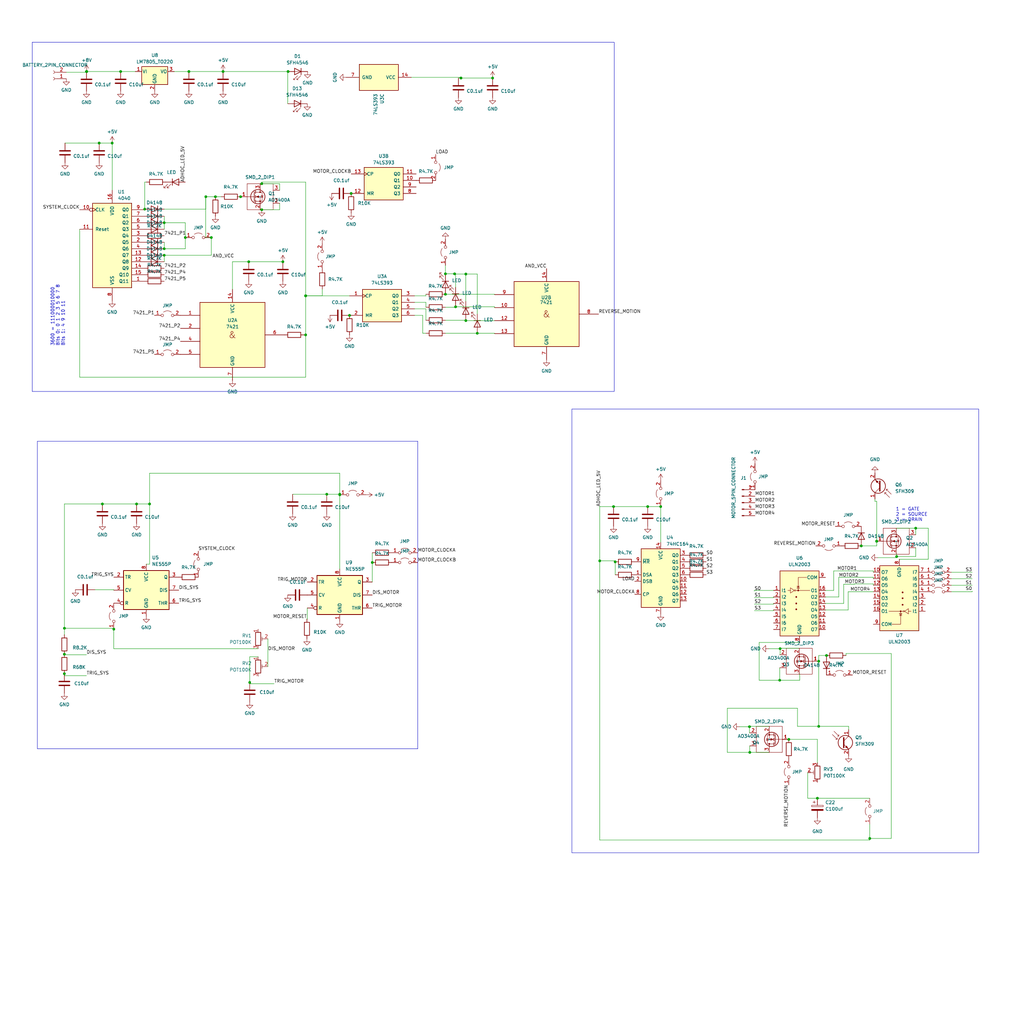
<source format=kicad_sch>
(kicad_sch (version 20230121) (generator eeschema)
  (paper "User" 399.999 399.999)
  (junction (at 173.99 114.935))
  (junction (at 292.872 293.8832))
  (junction (at 173.99 106.9606))
  (junction (at 97.155 102.235))
  (junction (at 322.834 256.032))
  (junction (at 97.5392 266.573))
  (junction (at 25.1762 245.3943))
  (junction (at 102.235 71.755))
  (junction (at 64.135 97.155))
  (junction (at 181.9536 107.0408))
  (junction (at 33.8702 27.94))
  (junction (at 38.735 55.88))
  (junction (at 64.135 99.7024))
  (junction (at 258.064 197.866))
  (junction (at 112.522 27.94))
  (junction (at 73.787 27.94))
  (junction (at 132.715 193.2752))
  (junction (at 87.122 27.94))
  (junction (at 58.42 196.85))
  (junction (at 82.55 92.7775))
  (junction (at 319.278 311.785))
  (junction (at 40.005 196.85))
  (junction (at 342.4332 211.3816))
  (junction (at 33.782 27.94))
  (junction (at 102.235 81.915))
  (junction (at 64.135 86.995))
  (junction (at 252.984 197.866))
  (junction (at 25.146 255.524))
  (junction (at 25.146 263.144))
  (junction (at 240.284 219.456))
  (junction (at 43.815 55.88))
  (junction (at 339.725 327.5001))
  (junction (at 132.715 193.04))
  (junction (at 308.112 288.8032))
  (junction (at 234.2521 219.075))
  (junction (at 53.34 196.85))
  (junction (at 336.423 213.233))
  (junction (at 127.635 193.04))
  (junction (at 47.117 27.94))
  (junction (at 93.98 76.835))
  (junction (at 192.405 30.48))
  (junction (at 304.5479 265.6949))
  (junction (at 84.147 76.835))
  (junction (at 180.0567 30.48))
  (junction (at 319.7879 258.2681))
  (junction (at 119.38 115.57))
  (junction (at 137.16 75.565))
  (junction (at 319.7879 283.718))
  (junction (at 56.515 81.6808))
  (junction (at 72.39 92.7775))
  (junction (at 239.649 197.866))
  (junction (at 181.9536 125.222))
  (junction (at 80.3995 76.835))
  (junction (at 350.2227 217.3794))
  (junction (at 357.6732 206.3016))
  (junction (at 186.4326 130.175))
  (junction (at 119.38 115.5214))
  (junction (at 177.5526 106.9606))
  (junction (at 119.38 130.81))
  (junction (at 110.49 102.235))
  (junction (at 292.7513 283.845))
  (junction (at 177.9458 119.8471))
  (junction (at 304.7102 253.365))
  (junction (at 44.45 245.745))
  (junction (at 342.4332 211.4175))
  (junction (at 145.415 219.71))
  (junction (at 136.525 123.19))
  (wire (pts (xy 80.3995 76.835) (xy 84.147 76.835)))
  (wire (pts (xy 33.8702 27.94) (xy 47.117 27.94)))
  (wire (pts (xy 125.857 115.5214) (xy 119.38 115.5214)))
  (wire (pts (xy 331.278 231.14) (xy 331.278 238.252)))
  (wire (pts (xy 348.0994 255.2634) (xy 330.454 255.2634)))
  (wire (pts (xy 339.725 327.5001) (xy 348.0994 327.5001)))
  (wire (pts (xy 73.787 27.94) (xy 87.122 27.94)))
  (wire (pts (xy 292.7513 283.845) (xy 292.7513 283.7232)))
  (wire (pts (xy 102.235 71.12) (xy 102.235 71.755)))
  (wire (pts (xy 193.167 130.175) (xy 193.167 130.302)))
  (wire (pts (xy 312.293 250.952) (xy 296.5151 250.952)))
  (wire (pts (xy 173.99 130.175) (xy 186.4326 130.175)))
  (wire (pts (xy 294.64 235.966) (xy 302.133 235.966)))
  (wire (pts (xy 292.7513 283.845) (xy 292.7513 286.2632)))
  (wire (pts (xy 234.2521 328.1106) (xy 339.725 328.1106)))
  (wire (pts (xy 296.5151 265.6949) (xy 304.5479 265.6949)))
  (wire (pts (xy 31.115 147.32) (xy 31.115 89.535)))
  (wire (pts (xy 350.2227 216.4616) (xy 350.0532 216.4616)))
  (wire (pts (xy 371.602 223.52) (xy 379.73 223.52)))
  (wire (pts (xy 292.872 291.3432) (xy 292.872 293.8832)))
  (wire (pts (xy 25.1762 196.85) (xy 40.005 196.85)))
  (wire (pts (xy 80.3995 81.6808) (xy 80.3995 76.835)))
  (wire (pts (xy 362.585 206.3016) (xy 362.585 218.44)))
  (wire (pts (xy 58.42 220.345) (xy 57.15 220.345)))
  (wire (pts (xy 180.0567 30.48) (xy 192.405 30.48)))
  (wire (pts (xy 234.2521 219.075) (xy 234.2521 328.1106)))
  (wire (pts (xy 327.6479 225.5085) (xy 341.122 225.5085)))
  (wire (pts (xy 315.468 301.752) (xy 315.468 311.785)))
  (wire (pts (xy 37.084 230.378) (xy 44.45 230.378)))
  (wire (pts (xy 166.37 115.57) (xy 166.37 114.935)))
  (wire (pts (xy 25.908 28.194) (xy 33.782 28.194)))
  (wire (pts (xy 43.815 55.88) (xy 43.815 74.295)))
  (wire (pts (xy 58.42 196.85) (xy 58.42 220.345)))
  (wire (pts (xy 350.2227 216.4616) (xy 350.2227 217.3794)))
  (wire (pts (xy 304.7102 255.7281) (xy 304.5479 255.7281)))
  (wire (pts (xy 101.6 81.915) (xy 102.235 81.915)))
  (wire (pts (xy 333.756 228.092) (xy 341.122 228.092)))
  (wire (pts (xy 44.45 245.745) (xy 44.45 253.365)))
  (wire (pts (xy 234.2521 197.866) (xy 234.2521 219.075)))
  (wire (pts (xy 72.39 92.7775) (xy 72.39 97.155)))
  (wire (pts (xy 181.9536 117.7114) (xy 181.9536 107.0408)))
  (wire (pts (xy 109.22 71.755) (xy 109.22 74.295)))
  (wire (pts (xy 64.135 86.995) (xy 72.39 86.995)))
  (wire (pts (xy 181.9536 107.0408) (xy 186.4326 107.0408)))
  (wire (pts (xy 127.635 193.04) (xy 132.715 193.04)))
  (wire (pts (xy 119.38 115.57) (xy 119.38 130.81)))
  (wire (pts (xy 132.715 184.867) (xy 132.715 193.04)))
  (wire (pts (xy 342.4332 211.4175) (xy 342.4332 211.3816)))
  (wire (pts (xy 161.925 123.19) (xy 165.1 123.19)))
  (wire (pts (xy 44.45 230.378) (xy 44.45 230.505)))
  (wire (pts (xy 329.5302 235.712) (xy 329.5302 228.1974)))
  (wire (pts (xy 166.37 120.65) (xy 166.37 125.095)))
  (wire (pts (xy 181.9536 125.095) (xy 181.9536 125.222)))
  (wire (pts (xy 119.38 71.12) (xy 119.38 115.5214)))
  (wire (pts (xy 160.655 30.226) (xy 180.0567 30.226)))
  (wire (pts (xy 33.782 255.778) (xy 25.146 255.778)))
  (wire (pts (xy 304.7102 253.1881) (xy 304.7102 253.365)))
  (wire (pts (xy 327.6479 233.172) (xy 327.6479 225.5085)))
  (wire (pts (xy 80.318 92.7775) (xy 82.55 92.7775)))
  (wire (pts (xy 109.22 79.375) (xy 109.22 81.915)))
  (wire (pts (xy 25.146 255.778) (xy 25.146 255.524)))
  (wire (pts (xy 339.725 328.1106) (xy 339.725 327.5001)))
  (wire (pts (xy 56.515 81.6808) (xy 56.515 81.915)))
  (wire (pts (xy 304.7102 253.365) (xy 304.7102 255.7281)))
  (wire (pts (xy 114.3 193.04) (xy 127.635 193.04)))
  (wire (pts (xy 239.649 197.866) (xy 252.984 197.866)))
  (wire (pts (xy 33.782 27.94) (xy 33.8702 27.94)))
  (wire (pts (xy 165.1 123.19) (xy 165.1 130.175)))
  (wire (pts (xy 173.99 106.9606) (xy 177.5526 106.9606)))
  (wire (pts (xy 165.1 130.175) (xy 166.37 130.175)))
  (wire (pts (xy 319.278 288.8032) (xy 319.278 297.942)))
  (wire (pts (xy 350.0532 206.3016) (xy 357.6732 206.3016)))
  (wire (pts (xy 136.525 115.57) (xy 119.38 115.57)))
  (wire (pts (xy 181.9536 125.222) (xy 181.9536 125.3314)))
  (wire (pts (xy 125.857 112.903) (xy 125.857 115.5214)))
  (wire (pts (xy 112.522 27.559) (xy 112.522 27.94)))
  (wire (pts (xy 193.167 114.935) (xy 193.167 115.062)))
  (wire (pts (xy 348.0994 327.5001) (xy 348.0994 255.2634)))
  (wire (pts (xy 101.6 71.755) (xy 102.235 71.755)))
  (wire (pts (xy 284.1048 293.8832) (xy 284.1048 276.6623)))
  (wire (pts (xy 325.6312 223.012) (xy 341.122 223.012)))
  (wire (pts (xy 294.64 233.426) (xy 302.133 233.426)))
  (wire (pts (xy 25.1762 247.904) (xy 25.146 247.904)))
  (wire (pts (xy 329.5302 228.1974) (xy 333.756 228.1974)))
  (wire (pts (xy 319.7879 256.032) (xy 322.834 256.032)))
  (wire (pts (xy 300.355 253.365) (xy 304.7102 253.365)))
  (wire (pts (xy 132.715 193.2752) (xy 132.715 222.25)))
  (wire (pts (xy 371.602 228.6) (xy 379.73 228.6)))
  (wire (pts (xy 357.6732 208.8775) (xy 357.6732 206.3016)))
  (wire (pts (xy 302.133 230.632) (xy 294.64 230.632)))
  (wire (pts (xy 173.99 106.9606) (xy 173.99 107.315)))
  (wire (pts (xy 322.453 233.172) (xy 327.6479 233.172)))
  (wire (pts (xy 341.122 223.012) (xy 341.122 223.52)))
  (wire (pts (xy 308.112 288.8032) (xy 319.278 288.8032)))
  (wire (pts (xy 292.7513 286.2632) (xy 292.872 286.2632)))
  (wire (pts (xy 181.9536 107.0408) (xy 177.5526 107.0408)))
  (wire (pts (xy 312.3781 263.3481) (xy 312.1679 263.3481)))
  (wire (pts (xy 104.648 249.555) (xy 104.648 260.35)))
  (wire (pts (xy 72.39 97.155) (xy 64.135 97.155)))
  (wire (pts (xy 331.278 231.14) (xy 341.122 231.14)))
  (wire (pts (xy 97.155 102.235) (xy 110.49 102.235)))
  (wire (pts (xy 186.4326 130.175) (xy 193.167 130.175)))
  (wire (pts (xy 319.7879 258.2681) (xy 319.7879 283.718)))
  (wire (pts (xy 120.015 237.49) (xy 120.015 241.808)))
  (wire (pts (xy 109.22 81.915) (xy 102.235 81.915)))
  (wire (pts (xy 234.2521 219.075) (xy 240.284 219.075)))
  (wire (pts (xy 186.4326 130.175) (xy 186.4326 130.3015)))
  (wire (pts (xy 304.5479 260.8081) (xy 304.5479 265.6949)))
  (wire (pts (xy 64.135 99.7024) (xy 64.135 102.235)))
  (wire (pts (xy 64.135 99.7024) (xy 82.55 99.7024)))
  (wire (pts (xy 25.1762 196.85) (xy 25.1762 245.3943)))
  (wire (pts (xy 33.782 263.906) (xy 25.146 263.906)))
  (wire (pts (xy 341.122 228.092) (xy 341.122 228.6)))
  (wire (pts (xy 25.4 55.88) (xy 38.735 55.88)))
  (wire (pts (xy 119.38 115.5214) (xy 119.38 115.57)))
  (wire (pts (xy 319.7879 256.032) (xy 319.7879 258.2681)))
  (wire (pts (xy 292.872 293.8832) (xy 300.492 293.8832)))
  (wire (pts (xy 119.38 130.81) (xy 119.38 147.32)))
  (wire (pts (xy 341.757 195.8373) (xy 341.757 194.945)))
  (wire (pts (xy 112.395 27.559) (xy 112.395 40.513)))
  (wire (pts (xy 97.155 102.235) (xy 90.805 102.235)))
  (wire (pts (xy 177.5526 107.0408) (xy 177.5526 106.9606)))
  (wire (pts (xy 58.42 184.867) (xy 58.42 196.85)))
  (wire (pts (xy 302.133 233.426) (xy 302.133 233.172)))
  (wire (pts (xy 56.515 71.12) (xy 56.515 81.6808)))
  (wire (pts (xy 90.805 102.235) (xy 90.805 113.03)))
  (wire (pts (xy 118.745 130.81) (xy 119.38 130.81)))
  (wire (pts (xy 302.133 238.506) (xy 302.133 238.252)))
  (wire (pts (xy 47.117 27.94) (xy 52.832 27.94)))
  (wire (pts (xy 161.925 115.57) (xy 166.37 115.57)))
  (wire (pts (xy 284.1048 276.6623) (xy 311.499 276.6623)))
  (wire (pts (xy 341.122 225.5085) (xy 341.122 226.06)))
  (wire (pts (xy 304.7102 253.1881) (xy 312.1679 253.1881)))
  (wire (pts (xy 330.454 255.2634) (xy 330.454 256.032)))
  (wire (pts (xy 44.45 253.365) (xy 100.838 253.365)))
  (wire (pts (xy 102.235 71.12) (xy 119.38 71.12)))
  (wire (pts (xy 64.135 94.615) (xy 64.135 97.155)))
  (wire (pts (xy 173.99 125.095) (xy 181.9536 125.095)))
  (wire (pts (xy 87.122 27.94) (xy 112.522 27.94)))
  (wire (pts (xy 252.984 197.866) (xy 258.064 197.866)))
  (wire (pts (xy 132.715 193.04) (xy 132.715 193.2752)))
  (wire (pts (xy 40.005 196.85) (xy 53.34 196.85)))
  (wire (pts (xy 177.9458 120.015) (xy 177.9458 119.8471)))
  (wire (pts (xy 258.064 197.866) (xy 258.064 211.836)))
  (wire (pts (xy 25.146 263.906) (xy 25.146 263.144)))
  (wire (pts (xy 240.284 219.075) (xy 240.284 219.456)))
  (wire (pts (xy 292.7513 283.7232) (xy 300.492 283.7232)))
  (wire (pts (xy 161.925 118.11) (xy 166.37 118.11)))
  (wire (pts (xy 331.47 283.718) (xy 331.47 284.988)))
  (wire (pts (xy 57.15 71.12) (xy 56.515 71.12)))
  (wire (pts (xy 322.453 230.632) (xy 325.6312 230.632)))
  (wire (pts (xy 180.0567 30.226) (xy 180.0567 30.48)))
  (wire (pts (xy 173.99 103.6417) (xy 173.99 106.9606)))
  (wire (pts (xy 173.99 114.935) (xy 193.167 114.935)))
  (wire (pts (xy 319.7879 283.718) (xy 331.47 283.718)))
  (wire (pts (xy 102.235 71.755) (xy 109.22 71.755)))
  (wire (pts (xy 64.135 81.6808) (xy 80.3995 81.6808)))
  (wire (pts (xy 240.284 219.456) (xy 240.284 224.536)))
  (wire (pts (xy 25.1762 245.3943) (xy 25.1762 247.904)))
  (wire (pts (xy 339.725 327.5001) (xy 339.725 321.945)))
  (wire (pts (xy 80.318 76.835) (xy 80.318 92.7775)))
  (wire (pts (xy 322.453 235.712) (xy 329.5302 235.712)))
  (wire (pts (xy 64.135 99.695) (xy 64.135 99.7024)))
  (wire (pts (xy 179.07 30.48) (xy 180.0567 30.48)))
  (wire (pts (xy 97.5392 267.081) (xy 97.5392 266.573)))
  (wire (pts (xy 357.6732 206.3016) (xy 362.585 206.3016)))
  (wire (pts (xy 177.9458 119.8471) (xy 193.167 119.8471)))
  (wire (pts (xy 173.99 120.015) (xy 177.9458 120.015)))
  (wire (pts (xy 302.133 235.966) (xy 302.133 235.712)))
  (wire (pts (xy 44.45 245.3943) (xy 44.45 245.745)))
  (wire (pts (xy 315.468 311.785) (xy 319.278 311.785)))
  (wire (pts (xy 311.499 283.718) (xy 319.7879 283.718)))
  (wire (pts (xy 322.453 238.252) (xy 331.278 238.252)))
  (wire (pts (xy 25.1762 245.3943) (xy 44.45 245.3943)))
  (wire (pts (xy 333.756 228.1974) (xy 333.756 228.092)))
  (wire (pts (xy 294.64 238.506) (xy 302.133 238.506)))
  (wire (pts (xy 311.499 276.6623) (xy 311.499 283.718)))
  (wire (pts (xy 186.4326 122.6815) (xy 186.4326 107.0408)))
  (wire (pts (xy 53.34 196.85) (xy 58.42 196.85)))
  (wire (pts (xy 304.5479 265.6949) (xy 312.3781 265.6949)))
  (wire (pts (xy 166.37 118.11) (xy 166.37 120.015)))
  (wire (pts (xy 82.55 99.7024) (xy 82.55 92.7775)))
  (wire (pts (xy 177.5526 106.9606) (xy 177.9458 106.9606)))
  (wire (pts (xy 319.278 311.785) (xy 339.725 311.785)))
  (wire (pts (xy 342.9 217.805) (xy 350.2227 217.805)))
  (wire (pts (xy 132.715 184.867) (xy 58.42 184.867)))
  (wire (pts (xy 112.395 27.559) (xy 112.522 27.559)))
  (wire (pts (xy 288.925 283.845) (xy 292.7513 283.845)))
  (wire (pts (xy 294.64 230.632) (xy 294.64 230.886)))
  (wire (pts (xy 68.072 27.94) (xy 73.787 27.94)))
  (wire (pts (xy 145.415 215.9) (xy 145.415 219.71)))
  (wire (pts (xy 33.782 28.194) (xy 33.782 27.94)))
  (wire (pts (xy 177.9458 106.9606) (xy 177.9458 112.2271)))
  (wire (pts (xy 64.135 84.455) (xy 64.135 86.995)))
  (wire (pts (xy 64.135 86.995) (xy 64.135 89.535)))
  (wire (pts (xy 379.73 231.14) (xy 379.73 230.886)))
  (wire (pts (xy 336.423 213.233) (xy 342.4332 213.233)))
  (wire (pts (xy 84.147 76.835) (xy 86.36 76.835)))
  (wire (pts (xy 234.2521 197.866) (xy 239.649 197.866)))
  (wire (pts (xy 350.2227 217.3794) (xy 350.2227 217.805)))
  (wire (pts (xy 161.925 120.65) (xy 166.37 120.65)))
  (wire (pts (xy 181.9536 125.222) (xy 193.167 125.222)))
  (wire (pts (xy 284.1048 293.8832) (xy 292.872 293.8832)))
  (wire (pts (xy 97.5392 256.54) (xy 97.5392 266.573)))
  (wire (pts (xy 107.061 267.081) (xy 97.5392 267.081)))
  (wire (pts (xy 38.735 55.88) (xy 43.815 55.88)))
  (wire (pts (xy 312.3781 265.6949) (xy 312.3781 263.3481)))
  (wire (pts (xy 72.39 86.995) (xy 72.39 92.7775)))
  (wire (pts (xy 325.6312 230.632) (xy 325.6312 223.012)))
  (wire (pts (xy 120.015 241.808) (xy 119.888 241.808)))
  (wire (pts (xy 193.167 119.8471) (xy 193.167 120.142)))
  (wire (pts (xy 145.415 219.71) (xy 145.415 227.33)))
  (wire (pts (xy 342.4332 211.3816) (xy 342.4332 195.8373)))
  (wire (pts (xy 342.4332 213.233) (xy 342.4332 211.4175)))
  (wire (pts (xy 371.602 226.06) (xy 379.73 226.06)))
  (wire (pts (xy 357.6732 217.3794) (xy 357.6732 213.9575)))
  (wire (pts (xy 362.585 218.44) (xy 351.282 218.44)))
  (wire (pts (xy 119.38 147.32) (xy 31.115 147.32)))
  (wire (pts (xy 80.318 76.835) (xy 80.3995 76.835)))
  (wire (pts (xy 350.2227 217.3794) (xy 357.6732 217.3794)))
  (wire (pts (xy 296.5151 250.952) (xy 296.5151 265.6949)))
  (wire (pts (xy 97.5392 256.54) (xy 100.838 256.54)))
  (wire (pts (xy 371.602 231.14) (xy 379.73 231.14)))
  (wire (pts (xy 342.4332 195.8373) (xy 341.757 195.8373)))
  (rectangle (start 14.605 172.339) (end 163.195 292.481))
  (rectangle (start 12.573 16.51) (end 239.903 152.908))
  (rectangle (start 223.393 159.766) (end 382.27 333.121))
  (text "1 = GATE\n2 = SOURCE\n3 = DRAIN" (at 349.885 203.835 0) (effects (font (size 1.27 1.27)) (justify left bottom)))
  (text "3600 = 111000010000\nBits 0: 0 1 2 3 5 6 7 8\nBits 1: 4 9 10 11" (at 25.4 135.255 90) (effects (font (size 1.27 1.27)) (justify left bottom)))
  (label "7421_P5" (at 60.325 138.43 180))
  (label "7421_P1" (at 64.135 92.075 0))
  (label "S0" (at 294.64 230.886 0))
  (label "S0" (at 379.73 230.886 180))
  (label "7421_P1" (at 60.325 123.19 180))
  (label "MOTOR2" (at 327.6479 225.6429 0))
  (label "ADHOC_LED_5V" (at 234.8282 197.866 90))
  (label "TRIG_SYS" (at 44.45 225.425 180))
  (label "S3" (at 275.844 224.536 0))
  (label "S1" (at 379.73 228.6 180))
  (label "MOTOR1" (at 326.9757 223.012 0))
  (label "MOTOR4" (at 294.894 201.422 0))
  (label "REVERSE_MOTION" (at 318.643 213.233 180))
  (label "MOTOR_CLOCKB" (at 137.16 67.945 180))
  (label "LOAD" (at 170.18 60.325 0))
  (label "AND_VCC" (at 91.44 100.965 180))
  (label "TRIG_SYS" (at 69.85 235.585 0))
  (label "ADHOC_LED_5V" (at 72.39 71.12 90))
  (label "MOTOR_CLOCKB" (at 163.195 219.71 0))
  (label "S0" (at 275.844 216.916 0))
  (label "MOTOR3" (at 294.894 198.882 0))
  (label "SYSTEM_CLOCK" (at 31.115 81.915 180))
  (label "MOTOR1" (at 294.894 193.802 0))
  (label "TRIG_SYS" (at 33.782 263.906 0))
  (label "S1" (at 294.64 233.426 0))
  (label "DIS_MOTOR" (at 145.415 232.41 0))
  (label "S1" (at 275.844 219.456 0))
  (label "7421_P4" (at 70.485 133.35 180))
  (label "TRIG_MOTOR" (at 107.061 267.081 0))
  (label "7421_P2" (at 64.135 104.775 0))
  (label "MOTOR4" (at 332.105 231.14 0))
  (label "DIS_SYS" (at 33.782 255.778 0))
  (label "7421_P4" (at 64.135 107.315 0))
  (label "7421_P5" (at 64.135 109.855 0))
  (label "AND_VCC" (at 213.487 104.902 180))
  (label "TRIG_MOTOR" (at 120.015 227.33 180))
  (label "LOAD" (at 247.904 227.076 180))
  (label "MOTOR_RESET" (at 326.263 205.613 180))
  (label "S2" (at 379.73 226.06 180))
  (label "MOTOR3" (at 329.9335 228.1974 0))
  (label "S3" (at 379.73 223.52 180))
  (label "MOTOR_RESET" (at 119.888 241.808 180))
  (label "7421_P2" (at 70.485 128.27 180))
  (label "REVERSE_MOTION" (at 233.807 122.682 0))
  (label "S2" (at 275.844 221.996 0))
  (label "DIS_MOTOR" (at 104.648 254.3593 0))
  (label "DIS_SYS" (at 69.85 230.505 0))
  (label "S2" (at 294.64 235.966 0))
  (label "MOTOR_CLOCKA" (at 163.195 215.9 0))
  (label "MOTOR_RESET" (at 332.994 263.652 0))
  (label "MOTOR_CLOCKA" (at 247.904 232.156 180))
  (label "REVERSE_MOTION" (at 308.112 306.5832 270))
  (label "SYSTEM_CLOCK" (at 77.47 215.265 0))
  (label "MOTOR2" (at 294.894 196.342 0))
  (label "TRIG_MOTOR" (at 145.415 237.49 0))
  (label "S3" (at 294.64 238.506 0))
  (symbol (lib_id "power:GND") (at 29.464 230.378 0) (unit 1)
    (property "Reference" "#PWR027" (effects hide))
    (property "Value" "GND" (at 29.464 234.8004 0))
  )
  (symbol (lib_id "power:+5V") (at 110.49 102.235 0) (unit 1)
    (property "Reference" "#PWR018" (effects hide))
    (property "Value" "+5V" (at 110.49 97.79 0))
  )
  (symbol (lib_id "Device:C") (at 40.005 200.66 0) (unit 1)
    (property "Reference" "C12" (effects hide))
    (property "Value" "C0.1uf" (at 43.18 201.93 0) (effects (justify left)))
    (property "Footprint" "Capacitor_THT:C_Disc_D5.0mm_W2.5mm_P2.50mm" (effects hide))
  )
  (symbol (lib_id "power:GND") (at 120.142 27.94 0) (unit 1)
    (property "Reference" "#PWR057" (effects hide))
    (property "Value" "GND" (at 120.142 32.3624 0))
  )
  (symbol (lib_id "Device:R") (at 272.034 221.996 270) (unit 1)
    (property "Reference" "R24" (effects hide))
    (property "Value" "R4.7K" (at 272.034 219.202 90))
    (property "Footprint" "Resistor_THT:R_Axial_DIN0207_L6.3mm_D2.5mm_P10.16mm_Horizontal" (effects hide))
  )
  (symbol (lib_id "Device:R") (at 60.325 104.775 270) (unit 1)
    (property "Reference" "R7" (effects hide))
    (property "Value" "R4.7K" (at 60.325 100.965 90))
    (property "Footprint" "Resistor_THT:R_Axial_DIN0207_L6.3mm_D2.5mm_P10.16mm_Horizontal" (effects hide))
  )
  (symbol (lib_id "4xxx:4040") (at 43.815 94.615 0) (unit 1)
    (property "Reference" "U1" (at 46.0091 74.93 0) (effects (justify left)))
    (property "Value" "4040" (at 46.0091 77.47 0) (effects (justify left)))
    (property "Footprint" "Package_DIP:DIP-16_W7.62mm" (effects hide))
    (property "Datasheet" "http://www.intersil.com/content/dam/Intersil/documents/cd40/cd4020bms-24bms-40bms.pdf" (effects hide))
  )
  (symbol (lib_id "power:GND") (at 179.07 38.1 0) (unit 1)
    (property "Reference" "#PWR052" (effects hide))
    (property "Value" "GND" (at 179.07 42.5224 0))
  )
  (symbol (lib_id "Jumper:Jumper_2_Open") (at 331.343 205.613 0) (unit 1)
    (property "Reference" "JP15" (effects hide))
    (property "Value" "JMP" (at 331.343 201.168 0))
    (property "Footprint" "Library:Jumper" (effects hide))
  )
  (symbol (lib_id "Device:LED") (at 186.4326 126.4915 270) (unit 1)
    (property "Reference" "D17" (effects hide))
    (property "Value" "LED" (at 188.9726 124.904 90) (effects (justify left)))
    (property "Footprint" "LED_THT:LED_D3.0mm" (effects hide))
  )
  (symbol (lib_id "Device:R") (at 149.225 215.9 90) (unit 1)
    (property "Reference" "R21" (effects hide))
    (property "Value" "R4.7K" (at 149.225 212.344 90))
    (property "Footprint" "Resistor_THT:R_Axial_DIN0207_L6.3mm_D2.5mm_P10.16mm_Horizontal" (effects hide))
  )
  (symbol (lib_id "Device:R") (at 170.18 125.095 90) (unit 1)
    (property "Reference" "R16" (effects hide))
    (property "Value" "R4.7K" (at 170.18 121.285 90))
    (property "Footprint" "Resistor_THT:R_Axial_DIN0207_L6.3mm_D2.5mm_P10.16mm_Horizontal" (effects hide))
  )
  (symbol (lib_id "74xx:74HC164") (at 258.064 224.536 0) (unit 1)
    (property "Reference" "U4" (at 260.2581 209.931 0) (effects (justify left)))
    (property "Value" "74HC164" (at 260.2581 212.471 0) (effects (justify left)))
    (property "Footprint" "Package_DIP:DIP-14_W7.62mm_Socket" (effects hide))
    (property "Datasheet" "https://assets.nexperia.com/documents/data-sheet/74HC_HCT164.pdf" (effects hide))
  )
  (symbol (lib_id "power:GND") (at 173.99 93.4817 180) (unit 1)
    (property "Reference" "#PWR059" (effects hide))
    (property "Value" "GND" (at 173.99 89.0593 0))
  )
  (symbol (lib_id "Device:R") (at 170.18 120.015 270) (unit 1)
    (property "Reference" "R15" (effects hide))
    (property "Value" "R4.7K" (at 170.18 116.6313 90))
    (property "Footprint" "Resistor_THT:R_Axial_DIN0207_L6.3mm_D2.5mm_P10.16mm_Horizontal" (effects hide))
  )
  (symbol (lib_id "Device:C") (at 97.5392 270.383 180) (unit 1)
    (property "Reference" "C16" (effects hide))
    (property "Value" "C10uf" (at 101.3492 270.383 0) (effects (justify right)))
    (property "Footprint" "Capacitor_THT:C_Radial_D6.3mm_H5.0mm_P2.50mm" (effects hide))
  )
  (symbol (lib_id "power:+5V") (at 142.875 193.2752 270) (unit 1)
    (property "Reference" "#PWR062" (effects hide))
    (property "Value" "+5V" (at 146.05 193.2752 90) (effects (justify left)))
  )
  (symbol (lib_id "Device:C") (at 239.649 201.676 0) (unit 1)
    (property "Reference" "C18" (effects hide))
    (property "Value" "C0.1uf" (at 242.824 202.946 0) (effects (justify left)))
    (property "Footprint" "Capacitor_THT:C_Disc_D5.0mm_W2.5mm_P2.50mm" (effects hide))
  )
  (symbol (lib_id "Jumper:Jumper_2_Open") (at 137.795 193.2752 0) (unit 1)
    (property "Reference" "JP21" (effects hide))
    (property "Value" "JMP" (at 137.795 188.8302 0))
    (property "Footprint" "Library:Jumper" (effects hide))
  )
  (symbol (lib_id "Device:C") (at 25.4 59.69 0) (unit 1)
    (property "Reference" "C7" (effects hide))
    (property "Value" "C0.1uf" (at 28.575 60.96 0) (effects (justify left)))
    (property "Footprint" "Capacitor_THT:C_Disc_D5.0mm_W2.5mm_P2.50mm" (effects hide))
  )
  (symbol (lib_id "power:GND") (at 213.487 140.462 0) (unit 1)
    (property "Reference" "#PWR021" (effects hide))
    (property "Value" "GND" (at 213.487 144.8844 0))
  )
  (symbol (lib_id "power:GND") (at 38.735 63.5 0) (unit 1)
    (property "Reference" "#PWR07" (effects hide))
    (property "Value" "GND" (at 38.735 67.9224 0))
  )
  (symbol (lib_id "power:GND") (at 132.715 242.57 0) (unit 1)
    (property "Reference" "#PWR030" (effects hide))
    (property "Value" "GND" (at 132.715 246.9924 0))
  )
  (symbol (lib_id "Jumper:Jumper_2_Open") (at 366.522 231.14 0) (unit 1)
    (property "Reference" "JP13" (effects hide))
    (property "Value" "JMP" (at 366.522 226.695 0))
    (property "Footprint" "Library:Jumper" (effects hide))
  )
  (symbol (lib_id "Device:C") (at 110.49 106.045 0) (unit 1)
    (property "Reference" "C10" (effects hide))
    (property "Value" "C10uf" (at 113.665 107.315 0) (effects (justify left)))
    (property "Footprint" "Capacitor_THT:C_Radial_D6.3mm_H5.0mm_P2.50mm" (effects hide))
  )
  (symbol (lib_id "Transistor_FET:AO3400A") (at 303.032 288.8032 180) (unit 1)
    (property "Reference" "Q4" (at 296.682 290.0732 0) (effects (justify left)))
    (property "Value" "AO3400A" (at 296.682 287.5332 0) (effects (justify left)))
    (property "Footprint" "Package_TO_SOT_SMD:SOT-23" (effects hide))
    (property "Datasheet" "http://www.aosmd.com/pdfs/datasheet/AO3400A.pdf" (effects hide))
  )
  (symbol (lib_id "power:GND") (at 341.757 184.785 180) (unit 1)
    (property "Reference" "#PWR050" (effects hide))
    (property "Value" "GND" (at 341.757 179.451 0))
  )
  (symbol (lib_id "Device:R") (at 60.325 109.855 270) (unit 1)
    (property "Reference" "R9" (effects hide))
    (property "Value" "R4.7K" (at 60.325 106.045 90))
    (property "Footprint" "Resistor_THT:R_Axial_DIN0207_L6.3mm_D2.5mm_P10.16mm_Horizontal" (effects hide))
  )
  (symbol (lib_id "Device:R") (at 272.034 219.456 270) (unit 1)
    (property "Reference" "R23" (effects hide))
    (property "Value" "R4.7K" (at 272.034 216.662 90))
    (property "Footprint" "Resistor_THT:R_Axial_DIN0207_L6.3mm_D2.5mm_P10.16mm_Horizontal" (effects hide))
  )
  (symbol (lib_id "power:GND") (at 90.805 148.59 0) (unit 1)
    (property "Reference" "#PWR012" (effects hide))
    (property "Value" "GND" (at 90.805 153.0124 0))
  )
  (symbol (lib_id "Device:LED") (at 177.9458 116.0371 270) (unit 1)
    (property "Reference" "D15" (effects hide))
    (property "Value" "LED" (at 180.4858 114.4496 90) (effects (justify left)))
    (property "Footprint" "LED_THT:LED_D3.0mm" (effects hide))
  )
  (symbol (lib_id "Device:C") (at 133.35 75.565 90) (unit 1)
    (property "Reference" "C20" (effects hide))
    (property "Value" "C0.1uf" (at 133.35 70.485 90))
    (property "Footprint" "Capacitor_THT:C_Disc_D5.0mm_W2.5mm_P2.50mm" (effects hide))
  )
  (symbol (lib_id "Device:R") (at 25.146 259.334 0) (unit 1)
    (property "Reference" "R19" (effects hide))
    (property "Value" "R68K" (at 28.321 260.604 0) (effects (justify left)))
    (property "Footprint" "Resistor_THT:R_Axial_DIN0207_L6.3mm_D2.5mm_P10.16mm_Horizontal" (effects hide))
  )
  (symbol (lib_id "power:GND") (at 60.452 35.56 0) (unit 1)
    (property "Reference" "#PWR01" (effects hide))
    (property "Value" "GND" (at 60.452 39.9824 0))
  )
  (symbol (lib_id "power:+5V") (at 129.54 75.565 180) (unit 1)
    (property "Reference" "#PWR039" (effects hide))
    (property "Value" "+5V" (at 129.54 80.01 0))
  )
  (symbol (lib_id "power:GND") (at 127.635 200.66 0) (unit 1)
    (property "Reference" "#PWR061" (effects hide))
    (property "Value" "GND" (at 127.635 205.0824 0))
  )
  (symbol (lib_id "power:GND") (at 258.064 239.776 0) (unit 1)
    (property "Reference" "#PWR037" (effects hide))
    (property "Value" "GND" (at 258.064 244.1984 0))
  )
  (symbol (lib_id "Device:LED") (at 181.9536 121.5214 270) (unit 1)
    (property "Reference" "D16" (effects hide))
    (property "Value" "LED" (at 184.4936 119.9339 90) (effects (justify left)))
    (property "Footprint" "LED_THT:LED_D3.0mm" (effects hide))
  )
  (symbol (lib_id "power:+8V") (at 33.8702 27.94 0) (unit 1)
    (property "Reference" "#PWR015" (effects hide))
    (property "Value" "+8V" (at 33.8702 23.5268 0))
  )
  (symbol (lib_id "Connector:Conn_01x05_Pin") (at 289.814 196.342 0) (unit 1)
    (property "Reference" "J1" (at 290.449 186.69 0))
    (property "Value" "MOTOR_5PIN_CONNECTOR" (at 286.512 190.5 90))
    (property "Footprint" "Connector_PinSocket_2.54mm:PinSocket_1x05_P2.54mm_Vertical" (effects hide))
  )
  (symbol (lib_id "Device:C") (at 116.205 232.41 90) (unit 1)
    (property "Reference" "C1" (effects hide))
    (property "Value" "C0.1uf" (at 116.205 227.33 90))
    (property "Footprint" "Capacitor_THT:C_Disc_D5.0mm_W2.5mm_P2.50mm" (effects hide))
  )
  (symbol (lib_id "Device:R") (at 166.37 70.485 90) (unit 1)
    (property "Reference" "R28" (effects hide))
    (property "Value" "R4.7K" (at 166.37 66.929 90))
    (property "Footprint" "Resistor_THT:R_Axial_DIN0207_L6.3mm_D2.5mm_P10.16mm_Horizontal" (effects hide))
  )
  (symbol (lib_id "Device:C") (at 25.146 266.954 180) (unit 1)
    (property "Reference" "C15" (effects hide))
    (property "Value" "C10uf" (at 28.956 266.954 0) (effects (justify right)))
    (property "Footprint" "Capacitor_THT:C_Radial_D6.3mm_H5.0mm_P2.50mm" (effects hide))
  )
  (symbol (lib_id "Connector:Conn_01x02_Socket") (at 20.828 30.734 180) (unit 1)
    (property "Reference" "J3" (effects hide))
    (property "Value" "BATTERY_2PIN_CONNECTOR" (at 21.463 25.4 0))
    (property "Footprint" "Connector_PinSocket_2.54mm:PinSocket_1x02_P2.54mm_Vertical" (effects hide))
  )
  (symbol (lib_id "power:+5V") (at 258.064 187.706 0) (unit 1)
    (property "Reference" "#PWR036" (effects hide))
    (property "Value" "+5V" (at 258.064 183.261 0))
  )
  (symbol (lib_id "Jumper:Jumper_2_Open") (at 125.857 100.203 90) (unit 1)
    (property "Reference" "JP6" (effects hide))
    (property "Value" "JMP" (at 127.127 100.203 90) (effects (justify right)))
    (property "Footprint" "Library:Jumper" (effects hide))
  )
  (symbol (lib_id "Device:R") (at 170.18 130.175 90) (unit 1)
    (property "Reference" "R17" (effects hide))
    (property "Value" "R4.7K" (at 170.18 126.365 90))
    (property "Footprint" "Resistor_THT:R_Axial_DIN0207_L6.3mm_D2.5mm_P10.16mm_Horizontal" (effects hide))
  )
  (symbol (lib_id "74xx_IEEE:7421") (at 213.487 122.682 0) (unit 2)
    (property "Reference" "U2" (at 213.36 116.205 0))
    (property "Value" "7421" (at 213.36 118.11 0))
    (property "Footprint" "Package_DIP:DIP-14_W7.62mm_Socket" (effects hide))
  )
  (symbol (lib_id "Device:R") (at 25.146 251.714 0) (unit 1)
    (property "Reference" "R18" (effects hide))
    (property "Value" "R8.2K" (at 28.321 252.984 0) (effects (justify left)))
    (property "Footprint" "Resistor_THT:R_Axial_DIN0207_L6.3mm_D2.5mm_P10.16mm_Horizontal" (effects hide))
  )
  (symbol (lib_id "power:+5V") (at 294.894 181.102 0) (unit 1)
    (property "Reference" "#PWR042" (effects hide))
    (property "Value" "+5V" (at 294.894 176.657 0))
  )
  (symbol (lib_id "Device:R") (at 114.935 130.81 90) (unit 1)
    (property "Reference" "R3" (effects hide))
    (property "Value" "R4.7K" (at 114.935 127.635 90))
    (property "Footprint" "Resistor_THT:R_Axial_DIN0207_L6.3mm_D2.5mm_P10.16mm_Horizontal" (effects hide))
  )
  (symbol (lib_id "power:GND") (at 102.235 81.915 0) (unit 1)
    (property "Reference" "#PWR011" (effects hide))
    (property "Value" "GND" (at 102.235 86.3374 0))
  )
  (symbol (lib_id "power:GND") (at 120.015 40.513 0) (unit 1)
    (property "Reference" "#PWR056" (effects hide))
    (property "Value" "GND" (at 120.015 44.9354 0))
  )
  (symbol (lib_id "New_Library:SMD_2_DIP") (at 312.1679 258.2681 180) (unit 1)
    (property "Reference" "SMD_2_DIP3" (at 312.1679 251.2831 0))
    (property "Value" "~" (at 312.1679 258.2681 0))
    (property "Footprint" "Library:SMD_2_DIP" (effects hide))
  )
  (symbol (lib_id "Transistor_Array:ULN2003") (at 312.293 235.712 0) (unit 1)
    (property "Reference" "U6" (at 312.293 217.932 0))
    (property "Value" "ULN2003" (at 312.293 220.472 0))
    (property "Footprint" "Package_DIP:DIP-16_W7.62mm_Socket" (effects hide))
    (property "Datasheet" "http://www.ti.com/lit/ds/symlink/uln2003a.pdf" (effects hide))
  )
  (symbol (lib_id "Device:R") (at 272.034 224.536 90) (unit 1)
    (property "Reference" "R25" (effects hide))
    (property "Value" "R4.7K" (at 272.034 220.726 90))
    (property "Footprint" "Resistor_THT:R_Axial_DIN0207_L6.3mm_D2.5mm_P10.16mm_Horizontal" (effects hide))
  )
  (symbol (lib_id "Device:C") (at 38.735 59.69 0) (unit 1)
    (property "Reference" "C8" (effects hide))
    (property "Value" "C10uf" (at 41.91 60.96 0) (effects (justify left)))
    (property "Footprint" "Capacitor_THT:C_Radial_D6.3mm_H5.0mm_P2.50mm" (effects hide))
  )
  (symbol (lib_id "LED:SFH4546") (at 114.935 40.513 180) (unit 1)
    (property "Reference" "D13" (at 116.078 34.544 0))
    (property "Value" "SFH4546" (at 116.078 37.084 0))
    (property "Footprint" "LED_THT:LED_D5.0mm_IRGrey" (effects hide))
    (property "Datasheet" "http://www.osram-os.com/Graphics/XPic1/00101982_0.pdf" (effects hide))
  )
  (symbol (lib_id "power:+5V") (at 192.405 30.48 0) (unit 1)
    (property "Reference" "#PWR053" (effects hide))
    (property "Value" "+5V" (at 192.405 26.035 0))
  )
  (symbol (lib_id "Sensor_Optical:SFH309") (at 344.297 189.865 180) (unit 1)
    (property "Reference" "Q6" (at 349.631 189.3443 0) (effects (justify right)))
    (property "Value" "SFH309" (at 349.631 191.8843 0) (effects (justify right)))
    (property "Footprint" "LED_THT:LED_D3.0mm_Clear" (effects hide))
    (property "Datasheet" "http://www.osram-os.com/Graphics/XPic2/00101811_0.pdf/SFH%20309,%20SFH%20309%20FA,%20Lead%20(Pb)%20Free%20Product%20-%20RoHS%20Compliant.pdf" (effects hide))
  )
  (symbol (lib_id "Jumper:Jumper_2_Open") (at 323.723 213.233 180) (unit 1)
    (property "Reference" "JP19" (effects hide))
    (property "Value" "JMP" (at 323.723 210.693 0))
    (property "Footprint" "Library:Jumper" (effects hide))
  )
  (symbol (lib_id "Device:C") (at 53.34 200.66 0) (unit 1)
    (property "Reference" "C13" (effects hide))
    (property "Value" "C10uf" (at 56.515 201.93 0) (effects (justify left)))
    (property "Footprint" "Capacitor_THT:C_Radial_D6.3mm_H5.0mm_P2.50mm" (effects hide))
  )
  (symbol (lib_id "Device:C") (at 97.155 106.045 0) (unit 1)
    (property "Reference" "C9" (effects hide))
    (property "Value" "C0.1uf" (at 100.33 107.315 0) (effects (justify left)))
    (property "Footprint" "Capacitor_THT:C_Disc_D5.0mm_W2.5mm_P2.50mm" (effects hide))
  )
  (symbol (lib_id "Device:R") (at 60.325 92.075 270) (unit 1)
    (property "Reference" "R10" (effects hide))
    (property "Value" "R4.7K" (at 60.325 88.265 90))
    (property "Footprint" "Resistor_THT:R_Axial_DIN0207_L6.3mm_D2.5mm_P10.16mm_Horizontal" (effects hide))
  )
  (symbol (lib_id "power:GND") (at 114.3 200.66 0) (unit 1)
    (property "Reference" "#PWR060" (effects hide))
    (property "Value" "GND" (at 114.3 205.0824 0))
  )
  (symbol (lib_id "Sensor_Optical:SFH309") (at 328.93 290.068 0) (unit 1)
    (property "Reference" "Q5" (at 334.01 288.0487 0) (effects (justify left)))
    (property "Value" "SFH309" (at 334.01 290.5887 0) (effects (justify left)))
    (property "Footprint" "LED_THT:LED_D3.0mm_Clear" (effects hide))
    (property "Datasheet" "http://www.osram-os.com/Graphics/XPic2/00101811_0.pdf/SFH%20309,%20SFH%20309%20FA,%20Lead%20(Pb)%20Free%20Product%20-%20RoHS%20Compliant.pdf" (effects hide))
  )
  (symbol (lib_id "power:GND") (at 87.122 35.56 0) (unit 1)
    (property "Reference" "#PWR05" (effects hide))
    (property "Value" "GND" (at 87.122 39.9824 0))
  )
  (symbol (lib_id "Device:R") (at 90.17 76.835 270) (unit 1)
    (property "Reference" "R12" (effects hide))
    (property "Value" "R4.7K" (at 90.17 73.025 90))
    (property "Footprint" "Resistor_THT:R_Axial_DIN0207_L6.3mm_D2.5mm_P10.16mm_Horizontal" (effects hide))
  )
  (symbol (lib_id "Device:R") (at 136.525 127 0) (unit 1)
    (property "Reference" "R13" (effects hide))
    (property "Value" "R10K" (at 139.065 127 0) (effects (justify left)))
    (property "Footprint" "Resistor_THT:R_Axial_DIN0207_L6.3mm_D2.5mm_P10.16mm_Horizontal" (effects hide))
  )
  (symbol (lib_id "Jumper:Jumper_2_Open") (at 65.405 123.19 0) (unit 1)
    (property "Reference" "JP5" (effects hide))
    (property "Value" "JMP" (at 65.405 119.38 0))
    (property "Footprint" "Library:Jumper" (effects hide))
  )
  (symbol (lib_id "Jumper:Jumper_2_Open") (at 366.522 228.6 0) (unit 1)
    (property "Reference" "JP12" (effects hide))
    (property "Value" "JMP" (at 366.522 224.155 0))
    (property "Footprint" "Library:Jumper" (effects hide))
  )
  (symbol (lib_id "Jumper:Jumper_2_Open") (at 339.725 316.865 90) (unit 1)
    (property "Reference" "JP8" (effects hide))
    (property "Value" "JMP" (at 340.995 316.865 90) (effects (justify right)))
    (property "Footprint" "Library:Jumper" (effects hide))
  )
  (symbol (lib_id "Jumper:Jumper_2_Open") (at 258.064 192.786 90) (unit 1)
    (property "Reference" "JP23" (effects hide))
    (property "Value" "JMP" (at 259.334 192.786 90) (effects (justify right)))
    (property "Footprint" "Library:Jumper" (effects hide))
  )
  (symbol (lib_id "power:GND") (at 110.49 109.855 0) (unit 1)
    (property "Reference" "#PWR014" (effects hide))
    (property "Value" "GND" (at 110.49 114.2774 0))
  )
  (symbol (lib_id "Device:C") (at 87.122 31.75 0) (unit 1)
    (property "Reference" "C6" (effects hide))
    (property "Value" "C10uf" (at 90.297 33.02 0) (effects (justify left)))
    (property "Footprint" "Capacitor_THT:C_Radial_D6.3mm_H5.0mm_P2.50mm" (effects hide))
  )
  (symbol (lib_id "Device:R") (at 170.18 114.935 90) (unit 1)
    (property "Reference" "R14" (effects hide))
    (property "Value" "R4.7K" (at 170.18 111.76 90))
    (property "Footprint" "Resistor_THT:R_Axial_DIN0207_L6.3mm_D2.5mm_P10.16mm_Horizontal" (effects hide))
  )
  (symbol (lib_id "74xx:74LS393") (at 149.225 118.11 0) (unit 1)
    (property "Reference" "U3" (at 149.225 107.95 0))
    (property "Value" "74LS393" (at 149.225 110.49 0))
    (property "Footprint" "Package_DIP:DIP-14_W7.62mm_Socket" (effects hide))
    (property "Datasheet" "74xx\\74LS393.pdf" (effects hide))
  )
  (symbol (lib_id "Device:R") (at 60.96 71.12 90) (unit 1)
    (property "Reference" "R5" (effects hide))
    (property "Value" "R4.7K" (at 60.96 67.945 90))
    (property "Footprint" "Resistor_THT:R_Axial_DIN0207_L6.3mm_D2.5mm_P10.16mm_Horizontal" (effects hide))
  )
  (symbol (lib_id "Jumper:Jumper_2_Open") (at 44.45 240.665 90) (unit 1)
    (property "Reference" "JP4" (effects hide))
    (property "Value" "JMP" (at 46.355 240.665 90) (effects (justify right)))
    (property "Footprint" "Library:Jumper" (effects hide))
  )
  (symbol (lib_id "Jumper:Jumper_2_Open") (at 173.99 98.5617 90) (unit 1)
    (property "Reference" "JP7" (effects hide))
    (property "Value" "JMP" (at 175.26 98.5617 90) (effects (justify right)))
    (property "Footprint" "Library:Jumper" (effects hide))
  )
  (symbol (lib_id "Jumper:Jumper_2_Open") (at 294.894 186.182 90) (unit 1)
    (property "Reference" "JP20" (effects hide))
    (property "Value" "JMP" (at 296.164 186.182 90) (effects (justify right)))
    (property "Footprint" "Library:Jumper" (effects hide))
  )
  (symbol (lib_id "power:GND") (at 239.649 205.486 0) (unit 1)
    (property "Reference" "#PWR034" (effects hide))
    (property "Value" "GND" (at 239.649 209.9084 0))
  )
  (symbol (lib_id "power:+5V") (at 125.857 95.123 0) (unit 1)
    (property "Reference" "#PWR058" (effects hide))
    (property "Value" "+5V" (at 125.857 90.678 0))
  )
  (symbol (lib_id "Device:R") (at 308.112 292.6132 0) (unit 1)
    (property "Reference" "R32" (effects hide))
    (property "Value" "R4.7K" (at 309.9255 292.6132 0) (effects (justify left)))
    (property "Footprint" "Resistor_THT:R_Axial_DIN0207_L6.3mm_D2.5mm_P10.16mm_Horizontal" (effects hide))
  )
  (symbol (lib_id "Device:R") (at 119.888 245.618 0) (unit 1)
    (property "Reference" "R30" (effects hide))
    (property "Value" "R10K" (at 122.428 246.888 0) (effects (justify left)))
    (property "Footprint" "Resistor_THT:R_Axial_DIN0207_L6.3mm_D2.5mm_P10.16mm_Horizontal" (effects hide))
  )
  (symbol (lib_id "Timer:NE555P") (at 132.715 232.41 0) (unit 1)
    (property "Reference" "U9" (at 134.9091 219.71 0) (effects (justify left)))
    (property "Value" "NE555P" (at 134.9091 222.25 0) (effects (justify left)))
    (property "Footprint" "Package_DIP:DIP-8_W7.62mm" (effects hide))
    (property "Datasheet" "http://www.ti.com/lit/ds/symlink/ne555.pdf" (effects hide))
  )
  (symbol (lib_id "power:GND") (at 33.782 35.56 0) (unit 1)
    (property "Reference" "#PWR03" (effects hide))
    (property "Value" "GND" (at 33.782 39.9824 0))
  )
  (symbol (lib_id "power:GND") (at 136.525 130.81 0) (unit 1)
    (property "Reference" "#PWR020" (effects hide))
    (property "Value" "GND" (at 136.525 135.2324 0))
  )
  (symbol (lib_id "Device:R") (at 125.857 109.093 180) (unit 1)
    (property "Reference" "R1" (effects hide))
    (property "Value" "R4.7K" (at 128.143 109.093 0) (effects (justify right)))
    (property "Footprint" "Resistor_THT:R_Axial_DIN0207_L6.3mm_D2.5mm_P10.16mm_Horizontal" (effects hide))
  )
  (symbol (lib_id "74xx:74LS393") (at 149.86 70.485 0) (unit 2)
    (property "Reference" "U3" (at 149.86 60.96 0))
    (property "Value" "74LS393" (at 149.86 63.5 0))
    (property "Footprint" "Package_DIP:DIP-14_W7.62mm_Socket" (effects hide))
    (property "Datasheet" "74xx\\74LS393.pdf" (effects hide))
  )
  (symbol (lib_id "LED:SFH4546") (at 115.062 27.94 180) (unit 1)
    (property "Reference" "D1" (at 116.205 21.971 0))
    (property "Value" "SFH4546" (at 116.205 24.511 0))
    (property "Footprint" "LED_THT:LED_D5.0mm_IRGrey" (effects hide))
    (property "Datasheet" "http://www.osram-os.com/Graphics/XPic1/00101982_0.pdf" (effects hide))
  )
  (symbol (lib_id "Device:R") (at 326.644 256.032 270) (unit 1)
    (property "Reference" "R31" (effects hide))
    (property "Value" "R4.7K" (at 326.644 259.842 90))
    (property "Footprint" "Resistor_THT:R_Axial_DIN0207_L6.3mm_D2.5mm_P10.16mm_Horizontal" (effects hide))
  )
  (symbol (lib_id "power:GND") (at 119.888 249.428 0) (unit 1)
    (property "Reference" "#PWR044" (effects hide))
    (property "Value" "GND" (at 119.888 253.8504 0))
  )
  (symbol (lib_id "Device:D") (at 60.325 99.695 180) (unit 1)
    (property "Reference" "D9" (effects hide))
    (property "Value" "D4148" (at 60.325 97.155 0))
    (property "Footprint" "Diode_THT:D_DO-35_SOD27_P12.70mm_Horizontal" (effects hide))
    (property "Sim.Device" "D" (effects hide))
    (property "Sim.Pins" "1=K 2=A" (effects hide))
  )
  (symbol (lib_id "Timer:NE555P") (at 57.15 230.505 0) (unit 1)
    (property "Reference" "U5" (at 59.3441 217.805 0) (effects (justify left)))
    (property "Value" "NE555P" (at 59.3441 220.345 0) (effects (justify left)))
    (property "Footprint" "Package_DIP:DIP-8_W7.62mm" (effects hide))
    (property "Datasheet" "http://www.ti.com/lit/ds/symlink/ne555.pdf" (effects hide))
  )
  (symbol (lib_id "Device:C") (at 132.715 123.19 90) (unit 1)
    (property "Reference" "C11" (effects hide))
    (property "Value" "C0.1uf" (at 132.715 118.11 90))
    (property "Footprint" "Capacitor_THT:C_Disc_D5.0mm_W2.5mm_P2.50mm" (effects hide))
  )
  (symbol (lib_id "Device:C") (at 179.07 34.29 0) (unit 1)
    (property "Reference" "C21" (effects hide))
    (property "Value" "C0.1uf" (at 182.245 35.56 0) (effects (justify left)))
    (property "Footprint" "Capacitor_THT:C_Disc_D5.0mm_W2.5mm_P2.50mm" (effects hide))
  )
  (symbol (lib_id "Device:D") (at 60.325 81.6808 180) (unit 1)
    (property "Reference" "D3" (effects hide))
    (property "Value" "D4148" (at 60.325 79.1408 0))
    (property "Footprint" "Diode_THT:D_DO-35_SOD27_P12.70mm_Horizontal" (effects hide))
    (property "Sim.Device" "D" (effects hide))
    (property "Sim.Pins" "1=K 2=A" (effects hide))
  )
  (symbol (lib_id "power:GND") (at 331.47 295.148 0) (unit 1)
    (property "Reference" "#PWR046" (effects hide))
    (property "Value" "GND" (at 331.47 300.482 0))
  )
  (symbol (lib_id "Device:R") (at 272.034 216.916 90) (unit 1)
    (property "Reference" "R22" (effects hide))
    (property "Value" "R4.7K" (at 272.034 213.36 90))
    (property "Footprint" "Resistor_THT:R_Axial_DIN0207_L6.3mm_D2.5mm_P10.16mm_Horizontal" (effects hide))
  )
  (symbol (lib_id "Device:C") (at 127.635 196.85 0) (unit 1)
    (property "Reference" "C17" (effects hide))
    (property "Value" "C10uf" (at 130.81 198.12 0) (effects (justify left)))
    (property "Footprint" "Capacitor_THT:C_Radial_D6.3mm_H5.0mm_P2.50mm" (effects hide))
  )
  (symbol (lib_id "Jumper:Jumper_2_Open") (at 77.47 92.7775 0) (unit 1)
    (property "Reference" "JP1" (effects hide))
    (property "Value" "JMP" (at 77.47 88.9675 0))
    (property "Footprint" "Library:Jumper" (effects hide))
  )
  (symbol (lib_id "Device:D") (at 60.325 89.535 180) (unit 1)
    (property "Reference" "D6" (effects hide))
    (property "Value" "D4148" (at 60.325 86.995 0))
    (property "Footprint" "Diode_THT:D_DO-35_SOD27_P12.70mm_Horizontal" (effects hide))
    (property "Sim.Device" "D" (effects hide))
    (property "Sim.Pins" "1=K 2=A" (effects hide))
  )
  (symbol (lib_id "power:GND") (at 43.815 117.475 0) (unit 1)
    (property "Reference" "#PWR08" (effects hide))
    (property "Value" "GND" (at 43.815 121.8974 0))
  )
  (symbol (lib_id "Jumper:Jumper_2_Open") (at 77.47 220.345 90) (unit 1)
    (property "Reference" "JP3" (effects hide))
    (property "Value" "JMP" (at 79.375 220.345 90) (effects (justify right)))
    (property "Footprint" "Library:Jumper" (effects hide))
  )
  (symbol (lib_id "Device:D") (at 60.325 84.455 180) (unit 1)
    (property "Reference" "D4" (effects hide))
    (property "Value" "D4148" (at 60.325 81.915 0))
    (property "Footprint" "Diode_THT:D_DO-35_SOD27_P12.70mm_Horizontal" (effects hide))
    (property "Sim.Device" "D" (effects hide))
    (property "Sim.Pins" "1=K 2=A" (effects hide))
  )
  (symbol (lib_id "Device:R") (at 244.094 219.456 90) (unit 1)
    (property "Reference" "R20" (effects hide))
    (property "Value" "R4.7K" (at 244.094 215.9 90))
    (property "Footprint" "Resistor_THT:R_Axial_DIN0207_L6.3mm_D2.5mm_P10.16mm_Horizontal" (effects hide))
  )
  (symbol (lib_id "power:GND") (at 192.405 38.1 0) (unit 1)
    (property "Reference" "#PWR054" (effects hide))
    (property "Value" "GND" (at 192.405 42.5224 0))
  )
  (symbol (lib_id "Device:R") (at 137.16 79.375 0) (unit 1)
    (property "Reference" "R27" (effects hide))
    (property "Value" "R10K" (at 139.7 79.375 0) (effects (justify left)))
    (property "Footprint" "Resistor_THT:R_Axial_DIN0207_L6.3mm_D2.5mm_P10.16mm_Horizontal" (effects hide))
  )
  (symbol (lib_id "power:GND") (at 40.005 204.47 0) (unit 1)
    (property "Reference" "#PWR022" (effects hide))
    (property "Value" "GND" (at 40.005 208.8924 0))
  )
  (symbol (lib_id "power:GND") (at 97.155 109.855 0) (unit 1)
    (property "Reference" "#PWR013" (effects hide))
    (property "Value" "GND" (at 97.155 114.2774 0))
  )
  (symbol (lib_id "Jumper:Jumper_2_Open") (at 170.18 65.405 270) (unit 1)
    (property "Reference" "JP9" (effects hide))
    (property "Value" "JMP" (at 173.355 65.405 90) (effects (justify left)))
    (property "Footprint" "Library:Jumper" (effects hide))
  )
  (symbol (lib_id "74xx:74LS393") (at 147.955 30.226 270) (unit 3)
    (property "Reference" "U3" (at 149.225 36.576 0) (effects (justify left)))
    (property "Value" "74LS393" (at 146.685 36.576 0) (effects (justify left)))
    (property "Footprint" "Package_DIP:DIP-14_W7.62mm_Socket" (effects hide))
    (property "Datasheet" "74xx\\74LS393.pdf" (effects hide))
  )
  (symbol (lib_id "Jumper:Jumper_2_Open") (at 158.115 215.9 0) (unit 1)
    (property "Reference" "JP16" (effects hide))
    (property "Value" "JMP" (at 158.115 211.455 0))
    (property "Footprint" "Library:Jumper" (effects hide))
  )
  (symbol (lib_id "power:+5V") (at 87.122 27.94 0) (unit 1)
    (property "Reference" "#PWR016" (effects hide))
    (property "Value" "+5V" (at 87.122 23.495 0))
  )
  (symbol (lib_id "Device:D") (at 322.834 259.842 90) (unit 1)
    (property "Reference" "D12" (effects hide))
    (property "Value" "D4148" (at 320.294 259.842 90) (effects (justify left)))
    (property "Footprint" "Diode_THT:D_DO-35_SOD27_P12.70mm_Horizontal" (effects hide))
    (property "Sim.Device" "D" (effects hide))
    (property "Sim.Pins" "1=K 2=A" (effects hide))
  )
  (symbol (lib_id "power:GND") (at 135.255 30.226 270) (unit 1)
    (property "Reference" "#PWR051" (effects hide))
    (property "Value" "GND" (at 130.8326 30.226 0))
  )
  (symbol (lib_id "power:GND") (at 97.5392 274.193 0) (unit 1)
    (property "Reference" "#PWR032" (effects hide))
    (property "Value" "GND" (at 97.5392 278.6154 0))
  )
  (symbol (lib_id "74xx_IEEE:7421") (at 90.805 130.81 0) (unit 1)
    (property "Reference" "U2" (at 90.805 125.095 0))
    (property "Value" "7421" (at 90.805 127.635 0))
    (property "Footprint" "Package_DIP:DIP-14_W7.62mm_Socket" (effects hide))
  )
  (symbol (lib_id "power:GND") (at 25.146 270.764 0) (unit 1)
    (property "Reference" "#PWR029" (effects hide))
    (property "Value" "GND" (at 25.146 275.1864 0))
  )
  (symbol (lib_id "Device:R_Potentiometer_Trim") (at 319.278 301.752 180) (unit 1)
    (property "Reference" "RV3" (at 321.564 300.482 0) (effects (justify right)))
    (property "Value" "POT100K" (at 321.564 303.022 0) (effects (justify right)))
    (property "Footprint" "Potentiometer_THT:Potentiometer_ACP_CA9-H3,8_Horizontal" (effects hide))
  )
  (symbol (lib_id "power:GND") (at 25.4 63.5 0) (unit 1)
    (property "Reference" "#PWR06" (effects hide))
    (property "Value" "GND" (at 25.4 67.9224 0))
  )
  (symbol (lib_id "New_Library:SMD_2_DIP") (at 300.492 288.8032 180) (unit 1)
    (property "Reference" "SMD_2_DIP4" (at 300.492 281.8182 0))
    (property "Value" "~" (at 300.492 288.8032 0))
    (property "Footprint" "Library:SMD_2_DIP" (effects hide))
  )
  (symbol (lib_id "power:GND") (at 84.147 84.455 0) (unit 1)
    (property "Reference" "#PWR010" (effects hide))
    (property "Value" "GND" (at 84.147 88.8774 0))
  )
  (symbol (lib_id "New_Library:SMD_2_DIP") (at 101.6 76.835 0) (unit 1)
    (property "Reference" "SMD_2_DIP1" (at 101.6 69.215 0))
    (property "Value" "~" (at 101.6 76.835 0))
    (property "Footprint" "Library:SMD_2_DIP" (effects hide))
  )
  (symbol (lib_id "power:GND") (at 73.787 35.56 0) (unit 1)
    (property "Reference" "#PWR04" (effects hide))
    (property "Value" "GND" (at 73.787 39.9824 0))
  )
  (symbol (lib_id "power:GND") (at 252.984 205.486 0) (unit 1)
    (property "Reference" "#PWR035" (effects hide))
    (property "Value" "GND" (at 252.984 209.9084 0))
  )
  (symbol (lib_id "Device:C") (at 33.782 31.75 0) (unit 1)
    (property "Reference" "C4" (effects hide))
    (property "Value" "C0.1uf" (at 36.957 33.02 0) (effects (justify left)))
    (property "Footprint" "Capacitor_THT:C_Disc_D5.0mm_W2.5mm_P2.50mm" (effects hide))
  )
  (symbol (lib_id "Jumper:Jumper_2_Open") (at 65.405 138.43 0) (unit 1)
    (property "Reference" "JP2" (effects hide))
    (property "Value" "JMP" (at 65.405 134.62 0))
    (property "Footprint" "Library:Jumper" (effects hide))
  )
  (symbol (lib_id "power:GND") (at 57.15 240.665 0) (unit 1)
    (property "Reference" "#PWR026" (effects hide))
    (property "Value" "GND" (at 57.15 245.0874 0))
  )
  (symbol (lib_id "Device:C_Polarized") (at 319.278 315.595 0) (unit 1)
    (property "Reference" "C22" (at 322.326 313.436 0) (effects (justify left)))
    (property "Value" "C100uf" (at 322.326 315.976 0) (effects (justify left)))
    (property "Footprint" "Capacitor_THT:CP_Radial_D10.0mm_P5.00mm" (effects hide))
  )
  (symbol (lib_id "Device:R") (at 149.225 219.71 90) (unit 1)
    (property "Reference" "R26" (effects hide))
    (property "Value" "R4.7K" (at 149.225 216.154 90))
    (property "Footprint" "Resistor_THT:R_Axial_DIN0207_L6.3mm_D2.5mm_P10.16mm_Horizontal" (effects hide))
  )
  (symbol (lib_id "Jumper:Jumper_2_Open") (at 327.914 263.652 0) (unit 1)
    (property "Reference" "JP14" (effects hide))
    (property "Value" "JMP" (at 327.914 259.207 0))
    (property "Footprint" "Library:Jumper" (effects hide))
  )
  (symbol (lib_id "Transistor_FET:AO3400A") (at 314.7079 258.2681 180) (unit 1)
    (property "Reference" "Q3" (at 308.3579 259.5381 0) (effects (justify left)))
    (property "Value" "AO3400A" (at 308.3579 256.9981 0) (effects (justify left)))
    (property "Footprint" "Package_TO_SOT_SMD:SOT-23" (effects hide))
    (property "Datasheet" "http://www.aosmd.com/pdfs/datasheet/AO3400A.pdf" (effects hide))
  )
  (symbol (lib_id "power:GND") (at 47.117 35.56 0) (unit 1)
    (property "Reference" "#PWR02" (effects hide))
    (property "Value" "GND" (at 47.117 39.9824 0))
  )
  (symbol (lib_id "Device:D") (at 336.423 209.423 270) (unit 1)
    (property "Reference" "D11" (effects hide))
    (property "Value" "D4148" (at 338.963 209.423 90) (effects (justify left)))
    (property "Footprint" "Diode_THT:D_DO-35_SOD27_P12.70mm_Horizontal" (effects hide))
    (property "Sim.Device" "D" (effects hide))
    (property "Sim.Pins" "1=K 2=A" (effects hide))
  )
  (symbol (lib_id "Device:D") (at 60.325 102.235 180) (unit 1)
    (property "Reference" "D10" (effects hide))
    (property "Value" "D4148" (at 60.325 99.695 0))
    (property "Footprint" "Diode_THT:D_DO-35_SOD27_P12.70mm_Horizontal" (effects hide))
    (property "Sim.Device" "D" (effects hide))
    (property "Sim.Pins" "1=K 2=A" (effects hide))
  )
  (symbol (lib_id "Device:C") (at 33.274 230.378 90) (unit 1)
    (property "Reference" "C14" (effects hide))
    (property "Value" "C0.1uf" (at 33.274 225.298 90))
    (property "Footprint" "Capacitor_THT:C_Disc_D5.0mm_W2.5mm_P2.50mm" (effects hide))
  )
  (symbol (lib_id "Device:R") (at 84.147 80.645 180) (unit 1)
    (property "Reference" "R11" (effects hide))
    (property "Value" "R10K" (at 86.052 80.645 0) (effects (justify right)))
    (property "Footprint" "Resistor_THT:R_Axial_DIN0207_L6.3mm_D2.5mm_P10.16mm_Horizontal" (effects hide))
  )
  (symbol (lib_id "Transistor_Array:ULN2003") (at 351.282 233.68 180) (unit 1)
    (property "Reference" "U7" (at 351.282 248.158 0))
    (property "Value" "ULN2003" (at 351.282 250.698 0))
    (property "Footprint" "Package_DIP:DIP-16_W7.62mm_Socket" (effects hide))
    (property "Datasheet" "http://www.ti.com/lit/ds/symlink/uln2003a.pdf" (effects hide))
  )
  (symbol (lib_id "power:GND") (at 288.925 283.845 270) (unit 1)
    (property "Reference" "#PWR047" (effects hide))
    (property "Value" "GND" (at 285.75 283.845 90) (effects (justify right)))
  )
  (symbol (lib_id "Device:D") (at 60.325 86.995 180) (unit 1)
    (property "Reference" "D5" (effects hide))
    (property "Value" "D4148" (at 60.325 84.455 0))
    (property "Footprint" "Diode_THT:D_DO-35_SOD27_P12.70mm_Horizontal" (effects hide))
    (property "Sim.Device" "D" (effects hide))
    (property "Sim.Pins" "1=K 2=A" (effects hide))
  )
  (symbol (lib_id "power:GND") (at 112.395 232.41 0) (unit 1)
    (property "Reference" "#PWR033" (effects hide))
    (property "Value" "GND" (at 112.395 236.8324 0))
  )
  (symbol (lib_id "Device:R_Potentiometer_Trim") (at 100.838 249.555 0) (unit 1)
    (property "Reference" "RV1" (at 98.298 248.285 0) (effects (justify right)))
    (property "Value" "POT100K" (at 98.298 250.825 0) (effects (justify right)))
    (property "Footprint" "Potentiometer_THT:Potentiometer_ACP_CA9-H3,8_Horizontal" (effects hide))
  )
  (symbol (lib_id "Device:R") (at 332.613 213.233 90) (unit 1)
    (property "Reference" "R29" (effects hide))
    (property "Value" "R4.7K" (at 332.613 209.423 90))
    (property "Footprint" "Resistor_THT:R_Axial_DIN0207_L6.3mm_D2.5mm_P10.16mm_Horizontal" (effects hide))
  )
  (symbol (lib_id "Regulator_Linear:LM7805_TO220") (at 60.452 27.94 0) (unit 1)
    (property "Reference" "U8" (at 60.452 21.59 0))
    (property "Value" "LM7805_TO220" (at 60.452 24.13 0))
    (property "Footprint" "Package_TO_SOT_THT:TO-220-3_Vertical" (effects hide))
    (property "Datasheet" "https://www.onsemi.cn/PowerSolutions/document/MC7800-D.PDF" (effects hide))
  )
  (symbol (lib_id "Jumper:Jumper_2_Open") (at 308.112 301.5032 90) (unit 1)
    (property "Reference" "JP18" (effects hide))
    (property "Value" "JMP" (at 309.382 301.5032 90) (effects (justify right)))
    (property "Footprint" "Library:Jumper" (effects hide))
  )
  (symbol (lib_id "power:GND") (at 319.278 319.405 0) (unit 1)
    (property "Reference" "#PWR049" (effects hide))
    (property "Value" "GND" (at 319.278 324.739 0))
  )
  (symbol (lib_id "Device:C") (at 47.117 31.75 0) (unit 1)
    (property "Reference" "C3" (effects hide))
    (property "Value" "C10uf" (at 50.292 33.02 0) (effects (justify left)))
    (property "Footprint" "Capacitor_THT:C_Radial_D6.3mm_H5.0mm_P2.50mm" (effects hide))
  )
  (symbol (lib_id "Transistor_FET:AO3400A") (at 99.06 76.835 0) (unit 1)
    (property "Reference" "Q1" (at 104.775 75.565 0) (effects (justify left)))
    (property "Value" "AO3400A" (at 104.775 78.105 0) (effects (justify left)))
    (property "Footprint" "Package_TO_SOT_SMD:SOT-23" (effects hide))
    (property "Datasheet" "http://www.aosmd.com/pdfs/datasheet/AO3400A.pdf" (effects hide))
  )
  (symbol (lib_id "Device:C") (at 114.3 196.85 0) (unit 1)
    (property "Reference" "C2" (effects hide))
    (property "Value" "C0.1uf" (at 117.475 198.12 0) (effects (justify left)))
    (property "Footprint" "Capacitor_THT:C_Disc_D5.0mm_W2.5mm_P2.50mm" (effects hide))
  )
  (symbol (lib_id "Jumper:Jumper_2_Open") (at 366.522 226.06 0) (unit 1)
    (property "Reference" "JP11" (effects hide))
    (property "Value" "JMP" (at 366.522 221.615 0))
    (property "Footprint" "Library:Jumper" (effects hide))
  )
  (symbol (lib_id "Device:D") (at 60.325 94.615 180) (unit 1)
    (property "Reference" "D7" (effects hide))
    (property "Value" "D4148" (at 60.325 92.075 0))
    (property "Footprint" "Diode_THT:D_DO-35_SOD27_P12.70mm_Horizontal" (effects hide))
    (property "Sim.Device" "D" (effects hide))
    (property "Sim.Pins" "1=K 2=A" (effects hide))
  )
  (symbol (lib_id "power:GND") (at 342.9 217.805 270) (unit 1)
    (property "Reference" "#PWR041" (effects hide))
    (property "Value" "GND" (at 339.5568 217.805 90) (effects (justify right)))
  )
  (symbol (lib_id "power:+5V") (at 43.815 55.88 0) (unit 1)
    (property "Reference" "#PWR017" (effects hide))
    (property "Value" "+5V" (at 43.815 51.435 0))
  )
  (symbol (lib_id "New_Library:SMD_2_DIP") (at 350.0532 211.4175 0) (unit 1)
    (property "Reference" "SMD_2_DIP2" (at 350.0532 203.7975 0))
    (property "Value" "~" (at 350.0532 211.4175 0))
    (property "Footprint" "Library:SMD_2_DIP" (effects hide))
  )
  (symbol (lib_id "Transistor_FET:AO3400A") (at 347.5132 211.3816 0) (unit 1)
    (property "Reference" "Q2" (at 353.8632 210.1116 0) (effects (justify left)))
    (property "Value" "AO3400A" (at 353.8632 212.6516 0) (effects (justify left)))
    (property "Footprint" "Package_TO_SOT_SMD:SOT-23" (effects hide))
    (property "Datasheet" "http://www.aosmd.com/pdfs/datasheet/AO3400A.pdf" (effects hide))
  )
  (symbol (lib_id "Device:R_Potentiometer_Trim") (at 100.838 260.35 0) (unit 1)
    (property "Reference" "RV2" (at 98.298 259.08 0) (effects (justify right)))
    (property "Value" "POT100K" (at 98.298 261.62 0) (effects (justify right)))
    (property "Footprint" "Potentiometer_THT:Potentiometer_ACP_CA9-H3,8_Horizontal" (effects hide))
  )
  (symbol (lib_id "Device:R") (at 73.66 225.425 90) (unit 1)
    (property "Reference" "R4" (effects hide))
    (property "Value" "R4.7K" (at 73.66 221.615 90))
    (property "Footprint" "Resistor_THT:R_Axial_DIN0207_L6.3mm_D2.5mm_P10.16mm_Horizontal" (effects hide))
  )
  (symbol (lib_id "Device:R") (at 60.325 107.315 270) (unit 1)
    (property "Reference" "R8" (effects hide))
    (property "Value" "R4.7K" (at 60.325 103.505 90))
    (property "Footprint" "Resistor_THT:R_Axial_DIN0207_L6.3mm_D2.5mm_P10.16mm_Horizontal" (effects hide))
  )
  (symbol (lib_id "power:+5V") (at 128.905 123.19 180) (unit 1)
    (property "Reference" "#PWR019" (effects hide))
    (property "Value" "+5V" (at 128.905 127.635 0))
  )
  (symbol (lib_id "Device:C") (at 192.405 34.29 0) (unit 1)
    (property "Reference" "C23" (effects hide))
    (property "Value" "C10uf" (at 195.58 35.56 0) (effects (justify left)))
    (property "Footprint" "Capacitor_THT:C_Radial_D6.3mm_H5.0mm_P2.50mm" (effects hide))
  )
  (symbol (lib_id "Device:C") (at 252.984 201.676 0) (unit 1)
    (property "Reference" "C19" (effects hide))
    (property "Value" "C10uf" (at 256.159 202.946 0) (effects (justify left)))
    (property "Footprint" "Capacitor_THT:C_Radial_D6.3mm_H5.0mm_P2.50mm" (effects hide))
  )
  (symbol (lib_id "Device:C") (at 73.787 31.75 0) (unit 1)
    (property "Reference" "C5" (effects hide))
    (property "Value" "C0.1uf" (at 76.962 33.02 0) (effects (justify left)))
    (property "Footprint" "Capacitor_THT:C_Disc_D5.0mm_W2.5mm_P2.50mm" (effects hide))
  )
  (symbol (lib_id "Jumper:Jumper_2_Open") (at 158.115 219.71 0) (unit 1)
    (property "Reference" "JP17" (effects hide))
    (property "Value" "JMP" (at 158.115 215.265 0))
    (property "Footprint" "Library:Jumper" (effects hide))
  )
  (symbol (lib_id "Jumper:Jumper_2_Open") (at 366.522 223.52 0) (unit 1)
    (property "Reference" "JP10" (effects hide))
    (property "Value" "JMP" (at 366.522 219.075 0))
    (property "Footprint" "Library:Jumper" (effects hide))
  )
  (symbol (lib_id "Device:D") (at 60.325 97.155 180) (unit 1)
    (property "Reference" "D8" (effects hide))
    (property "Value" "D4148" (at 60.325 94.615 0))
    (property "Footprint" "Diode_THT:D_DO-35_SOD27_P12.70mm_Horizontal" (effects hide))
    (property "Sim.Device" "D" (effects hide))
    (property "Sim.Pins" "1=K 2=A" (effects hide))
  )
  (symbol (lib_id "Device:LED") (at 173.99 111.125 270) (unit 1)
    (property "Reference" "D14" (effects hide))
    (property "Value" "LED" (at 176.53 109.5375 90) (effects (justify left)))
    (property "Footprint" "LED_THT:LED_D3.0mm" (effects hide))
  )
  (symbol (lib_id "power:GND") (at 53.34 204.47 0) (unit 1)
    (property "Reference" "#PWR023" (effects hide))
    (property "Value" "GND" (at 53.34 208.8924 0))
  )
  (symbol (lib_id "power:GND") (at 300.355 253.365 270) (unit 1)
    (property "Reference" "#PWR043" (effects hide))
    (property "Value" "GND" (at 297.18 253.365 90) (effects (justify right)))
  )
  (symbol (lib_id "Device:R") (at 244.094 224.536 270) (unit 1)
    (property "Reference" "R2" (effects hide))
    (property "Value" "R4.7K" (at 244.094 221.361 90))
    (property "Footprint" "Resistor_THT:R_Axial_DIN0207_L6.3mm_D2.5mm_P10.16mm_Horizontal" (effects hide))
  )
  (symbol (lib_id "Device:LED") (at 68.58 71.12 0) (unit 1)
    (property "Reference" "D2" (effects hide))
    (property "Value" "LED" (at 66.9925 67.31 0))
    (property "Footprint" "LED_THT:LED_D3.0mm" (effects hide))
  )
  (symbol (lib_id "power:GND") (at 137.16 83.185 0) (unit 1)
    (property "Reference" "#PWR040" (effects hide))
    (property "Value" "GND" (at 137.16 87.6074 0))
  )
  (symbol (lib_id "power:GND") (at 25.908 30.734 0) (unit 1)
    (property "Reference" "#PWR055" (effects hide))
    (property "Value" "GND" (at 25.908 35.1564 0))
  )
)
</source>
